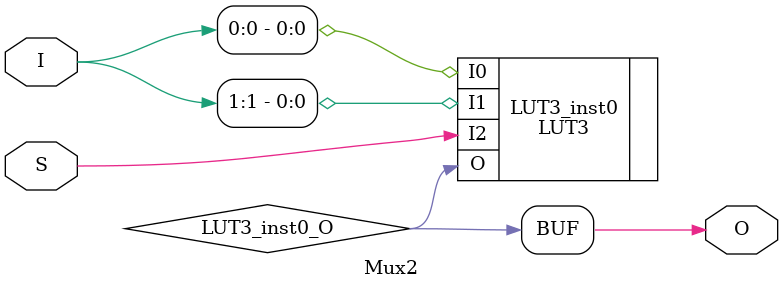
<source format=v>
module Mux2 (input [1:0] I, input  S, output  O);
wire  LUT3_inst0_O;
LUT3 #(.INIT(8'hCA)) LUT3_inst0 (.I0(I[0]), .I1(I[1]), .I2(S), .O(LUT3_inst0_O));
assign O = LUT3_inst0_O;
endmodule


</source>
